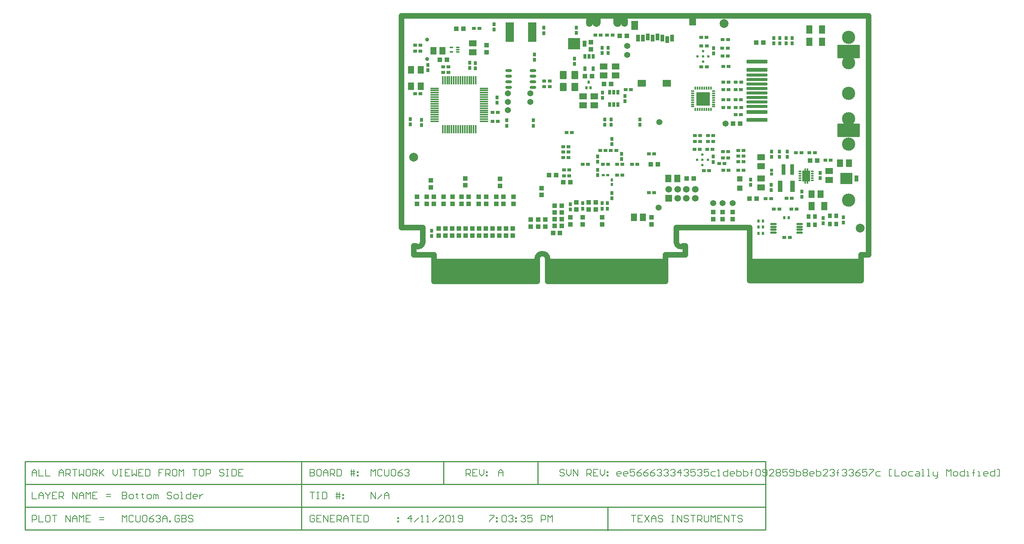
<source format=gbs>
G04*
G04 #@! TF.GenerationSoftware,Altium Limited,Altium Designer,18.1.9 (240)*
G04*
G04 Layer_Color=16711935*
%FSAX25Y25*%
%MOIN*%
G70*
G01*
G75*
%ADD15C,0.00800*%
%ADD16C,0.01000*%
%ADD26C,0.01575*%
%ADD62C,0.05000*%
%ADD63C,0.03937*%
%ADD66R,1.04095X0.20472*%
%ADD67R,0.97953X0.20472*%
%ADD68R,0.02165X0.11024*%
G04:AMPARAMS|DCode=70|XSize=122.05mil|YSize=196.85mil|CornerRadius=3.74mil|HoleSize=0mil|Usage=FLASHONLY|Rotation=90.000|XOffset=0mil|YOffset=0mil|HoleType=Round|Shape=RoundedRectangle|*
%AMROUNDEDRECTD70*
21,1,0.12205,0.18937,0,0,90.0*
21,1,0.11457,0.19685,0,0,90.0*
1,1,0.00748,0.09469,0.05728*
1,1,0.00748,0.09469,-0.05728*
1,1,0.00748,-0.09469,-0.05728*
1,1,0.00748,-0.09469,0.05728*
%
%ADD70ROUNDEDRECTD70*%
G04:AMPARAMS|DCode=71|XSize=35.83mil|YSize=185.04mil|CornerRadius=3.88mil|HoleSize=0mil|Usage=FLASHONLY|Rotation=90.000|XOffset=0mil|YOffset=0mil|HoleType=Round|Shape=RoundedRectangle|*
%AMROUNDEDRECTD71*
21,1,0.03583,0.17728,0,0,90.0*
21,1,0.02806,0.18504,0,0,90.0*
1,1,0.00776,0.08864,0.01403*
1,1,0.00776,0.08864,-0.01403*
1,1,0.00776,-0.08864,-0.01403*
1,1,0.00776,-0.08864,0.01403*
%
%ADD71ROUNDEDRECTD71*%
G04:AMPARAMS|DCode=72|XSize=27.95mil|YSize=185.04mil|CornerRadius=3.89mil|HoleSize=0mil|Usage=FLASHONLY|Rotation=90.000|XOffset=0mil|YOffset=0mil|HoleType=Round|Shape=RoundedRectangle|*
%AMROUNDEDRECTD72*
21,1,0.02795,0.17726,0,0,90.0*
21,1,0.02017,0.18504,0,0,90.0*
1,1,0.00778,0.08863,0.01009*
1,1,0.00778,0.08863,-0.01009*
1,1,0.00778,-0.08863,-0.01009*
1,1,0.00778,-0.08863,0.01009*
%
%ADD72ROUNDEDRECTD72*%
%ADD76R,0.05118X0.04724*%
G04:AMPARAMS|DCode=82|XSize=13.78mil|YSize=27.56mil|CornerRadius=3.94mil|HoleSize=0mil|Usage=FLASHONLY|Rotation=180.000|XOffset=0mil|YOffset=0mil|HoleType=Round|Shape=RoundedRectangle|*
%AMROUNDEDRECTD82*
21,1,0.01378,0.01968,0,0,180.0*
21,1,0.00591,0.02756,0,0,180.0*
1,1,0.00787,-0.00295,0.00984*
1,1,0.00787,0.00295,0.00984*
1,1,0.00787,0.00295,-0.00984*
1,1,0.00787,-0.00295,-0.00984*
%
%ADD82ROUNDEDRECTD82*%
G04:AMPARAMS|DCode=83|XSize=13.78mil|YSize=27.56mil|CornerRadius=3.94mil|HoleSize=0mil|Usage=FLASHONLY|Rotation=90.000|XOffset=0mil|YOffset=0mil|HoleType=Round|Shape=RoundedRectangle|*
%AMROUNDEDRECTD83*
21,1,0.01378,0.01968,0,0,90.0*
21,1,0.00591,0.02756,0,0,90.0*
1,1,0.00787,0.00984,0.00295*
1,1,0.00787,0.00984,-0.00295*
1,1,0.00787,-0.00984,-0.00295*
1,1,0.00787,-0.00984,0.00295*
%
%ADD83ROUNDEDRECTD83*%
G04:AMPARAMS|DCode=84|XSize=118.11mil|YSize=118.11mil|CornerRadius=3.68mil|HoleSize=0mil|Usage=FLASHONLY|Rotation=90.000|XOffset=0mil|YOffset=0mil|HoleType=Round|Shape=RoundedRectangle|*
%AMROUNDEDRECTD84*
21,1,0.11811,0.11075,0,0,90.0*
21,1,0.11075,0.11811,0,0,90.0*
1,1,0.00736,0.05537,0.05537*
1,1,0.00736,0.05537,-0.05537*
1,1,0.00736,-0.05537,-0.05537*
1,1,0.00736,-0.05537,0.05537*
%
%ADD84ROUNDEDRECTD84*%
%ADD85O,0.05906X0.02165*%
%ADD91C,0.07874*%
G04:AMPARAMS|DCode=94|XSize=27.56mil|YSize=43.31mil|CornerRadius=3.98mil|HoleSize=0mil|Usage=FLASHONLY|Rotation=180.000|XOffset=0mil|YOffset=0mil|HoleType=Round|Shape=RoundedRectangle|*
%AMROUNDEDRECTD94*
21,1,0.02756,0.03535,0,0,180.0*
21,1,0.01961,0.04331,0,0,180.0*
1,1,0.00795,-0.00980,0.01768*
1,1,0.00795,0.00980,0.01768*
1,1,0.00795,0.00980,-0.01768*
1,1,0.00795,-0.00980,-0.01768*
%
%ADD94ROUNDEDRECTD94*%
%ADD96O,0.05894X0.02756*%
%ADD97R,0.04331X0.04134*%
%ADD99R,0.03543X0.02756*%
%ADD100R,0.02756X0.03543*%
%ADD101R,0.04134X0.04331*%
%ADD102R,0.06694X0.05394*%
%ADD104C,0.11824*%
%ADD105C,0.03543*%
%ADD106C,0.05394*%
%ADD107C,0.05906*%
%ADD108R,0.05906X0.05906*%
G04:AMPARAMS|DCode=109|XSize=86.61mil|YSize=59.06mil|CornerRadius=29.53mil|HoleSize=0mil|Usage=FLASHONLY|Rotation=270.000|XOffset=0mil|YOffset=0mil|HoleType=Round|Shape=RoundedRectangle|*
%AMROUNDEDRECTD109*
21,1,0.08661,0.00000,0,0,270.0*
21,1,0.02756,0.05906,0,0,270.0*
1,1,0.05906,0.00000,-0.01378*
1,1,0.05906,0.00000,0.01378*
1,1,0.05906,0.00000,0.01378*
1,1,0.05906,0.00000,-0.01378*
%
%ADD109ROUNDEDRECTD109*%
%ADD110C,0.02362*%
%ADD162R,0.92244X0.20472*%
%ADD163R,0.03740X0.09449*%
%ADD164R,0.02362X0.02756*%
%ADD165R,0.02756X0.02559*%
%ADD166R,0.03898X0.10394*%
%ADD167O,0.07480X0.01575*%
%ADD168O,0.01575X0.07480*%
%ADD169R,0.05315X0.06693*%
G04:AMPARAMS|DCode=170|XSize=39.37mil|YSize=35.43mil|CornerRadius=3.86mil|HoleSize=0mil|Usage=FLASHONLY|Rotation=270.000|XOffset=0mil|YOffset=0mil|HoleType=Round|Shape=RoundedRectangle|*
%AMROUNDEDRECTD170*
21,1,0.03937,0.02772,0,0,270.0*
21,1,0.03165,0.03543,0,0,270.0*
1,1,0.00772,-0.01386,-0.01583*
1,1,0.00772,-0.01386,0.01583*
1,1,0.00772,0.01386,0.01583*
1,1,0.00772,0.01386,-0.01583*
%
%ADD170ROUNDEDRECTD170*%
G04:AMPARAMS|DCode=171|XSize=15.75mil|YSize=30.32mil|CornerRadius=3.92mil|HoleSize=0mil|Usage=FLASHONLY|Rotation=90.000|XOffset=0mil|YOffset=0mil|HoleType=Round|Shape=RoundedRectangle|*
%AMROUNDEDRECTD171*
21,1,0.01575,0.02248,0,0,90.0*
21,1,0.00791,0.03032,0,0,90.0*
1,1,0.00784,0.01124,0.00396*
1,1,0.00784,0.01124,-0.00396*
1,1,0.00784,-0.01124,-0.00396*
1,1,0.00784,-0.01124,0.00396*
%
%ADD171ROUNDEDRECTD171*%
G04:AMPARAMS|DCode=172|XSize=27.56mil|YSize=13.39mil|CornerRadius=3.95mil|HoleSize=0mil|Usage=FLASHONLY|Rotation=180.000|XOffset=0mil|YOffset=0mil|HoleType=Round|Shape=RoundedRectangle|*
%AMROUNDEDRECTD172*
21,1,0.02756,0.00548,0,0,180.0*
21,1,0.01965,0.01339,0,0,180.0*
1,1,0.00791,-0.00983,0.00274*
1,1,0.00791,0.00983,0.00274*
1,1,0.00791,0.00983,-0.00274*
1,1,0.00791,-0.00983,-0.00274*
%
%ADD172ROUNDEDRECTD172*%
%ADD173R,0.02362X0.02756*%
%ADD174R,0.05906X0.07874*%
%ADD175R,0.03543X0.06299*%
%ADD176R,0.07480X0.05906*%
G04:AMPARAMS|DCode=177|XSize=74.8mil|YSize=59.06mil|CornerRadius=3.9mil|HoleSize=0mil|Usage=FLASHONLY|Rotation=90.000|XOffset=0mil|YOffset=0mil|HoleType=Round|Shape=RoundedRectangle|*
%AMROUNDEDRECTD177*
21,1,0.07480,0.05126,0,0,90.0*
21,1,0.06701,0.05906,0,0,90.0*
1,1,0.00780,0.02563,0.03350*
1,1,0.00780,0.02563,-0.03350*
1,1,0.00780,-0.02563,-0.03350*
1,1,0.00780,-0.02563,0.03350*
%
%ADD177ROUNDEDRECTD177*%
%ADD178R,0.07677X0.17559*%
%ADD179R,0.05512X0.07677*%
%ADD180R,0.02756X0.02362*%
%ADD181R,0.03394X0.05394*%
%ADD182R,0.10894X0.10394*%
%ADD183R,0.05394X0.06694*%
G36*
X0362362Y0100667D02*
X0362401D01*
X0362440Y0100664D01*
X0362477Y0100652D01*
X0362549Y0100622D01*
X0362583Y0100604D01*
X0362613Y0100580D01*
X0362669Y0100524D01*
X0362693Y0100494D01*
X0362712Y0100460D01*
X0362742Y0100388D01*
X0362753Y0100350D01*
X0362757Y0100312D01*
Y0100312D01*
D01*
Y0100273D01*
Y0098699D01*
X0364173D01*
X0364211Y0098695D01*
X0364248Y0098684D01*
X0364321Y0098654D01*
X0364355Y0098636D01*
X0364385Y0098611D01*
X0364440Y0098556D01*
X0364465Y0098526D01*
X0364483Y0098491D01*
X0364513Y0098419D01*
X0364525Y0098382D01*
X0364528Y0098343D01*
Y0098343D01*
D01*
Y0098304D01*
Y0089249D01*
Y0089210D01*
X0364525Y0089171D01*
X0364513Y0089134D01*
X0364483Y0089062D01*
X0364465Y0089028D01*
X0364440Y0088998D01*
X0364385Y0088942D01*
X0364355Y0088918D01*
X0364321Y0088899D01*
D01*
X0364321Y0088899D01*
X0364248Y0088870D01*
X0364229Y0088863D01*
X0364211Y0088858D01*
X0364173Y0088854D01*
X0362757D01*
Y0087281D01*
Y0087242D01*
X0362753Y0087203D01*
X0362742Y0087166D01*
X0362712Y0087093D01*
X0362693Y0087059D01*
X0362669Y0087029D01*
X0362613Y0086974D01*
X0362583Y0086949D01*
X0362549Y0086931D01*
D01*
X0362549Y0086931D01*
X0362477Y0086901D01*
X0362457Y0086895D01*
X0362440Y0086890D01*
X0362401Y0086886D01*
X0361732D01*
X0361694Y0086890D01*
X0361671Y0086897D01*
X0361657Y0086901D01*
X0361584Y0086931D01*
X0361584Y0086931D01*
D01*
X0361580Y0086933D01*
X0361550Y0086949D01*
X0361543Y0086955D01*
X0361520Y0086974D01*
X0361465Y0087029D01*
X0361440Y0087059D01*
X0361422Y0087093D01*
D01*
X0361422Y0087093D01*
X0361392Y0087166D01*
X0361386Y0087186D01*
X0361381Y0087203D01*
X0361377Y0087242D01*
Y0087281D01*
Y0088854D01*
X0360788D01*
Y0087281D01*
Y0087242D01*
X0360784Y0087203D01*
X0360773Y0087166D01*
X0360743Y0087093D01*
X0360725Y0087059D01*
X0360700Y0087029D01*
X0360645Y0086974D01*
X0360615Y0086949D01*
X0360581Y0086931D01*
D01*
X0360581Y0086931D01*
X0360508Y0086901D01*
X0360489Y0086895D01*
X0360471Y0086890D01*
X0360433Y0086886D01*
X0359764D01*
X0359725Y0086890D01*
X0359703Y0086897D01*
X0359688Y0086901D01*
X0359616Y0086931D01*
X0359616Y0086931D01*
D01*
X0359611Y0086933D01*
X0359582Y0086949D01*
X0359575Y0086955D01*
X0359552Y0086974D01*
X0359496Y0087029D01*
X0359472Y0087059D01*
X0359453Y0087093D01*
D01*
X0359453Y0087093D01*
X0359423Y0087166D01*
X0359417Y0087186D01*
X0359412Y0087203D01*
X0359408Y0087242D01*
Y0087281D01*
Y0088854D01*
X0357992D01*
X0357954Y0088858D01*
X0357931Y0088865D01*
X0357916Y0088870D01*
X0357844Y0088899D01*
X0357844Y0088899D01*
D01*
X0357840Y0088902D01*
X0357810Y0088918D01*
X0357803Y0088923D01*
X0357780Y0088942D01*
X0357724Y0088998D01*
X0357700Y0089028D01*
X0357682Y0089062D01*
D01*
X0357682Y0089062D01*
X0357652Y0089134D01*
X0357646Y0089154D01*
X0357640Y0089171D01*
X0357637Y0089210D01*
Y0089249D01*
Y0098304D01*
Y0098343D01*
X0357640Y0098382D01*
X0357647Y0098405D01*
X0357652Y0098419D01*
X0357682Y0098491D01*
X0357682Y0098491D01*
D01*
X0357684Y0098496D01*
X0357700Y0098526D01*
X0357705Y0098532D01*
X0357724Y0098556D01*
X0357780Y0098611D01*
X0357810Y0098636D01*
X0357844Y0098654D01*
X0357916Y0098684D01*
X0357954Y0098695D01*
X0357992Y0098699D01*
X0357992D01*
D01*
X0359408D01*
Y0100273D01*
Y0100312D01*
X0359412Y0100350D01*
X0359419Y0100373D01*
X0359423Y0100388D01*
X0359453Y0100460D01*
X0359453Y0100460D01*
D01*
X0359456Y0100464D01*
X0359472Y0100494D01*
X0359477Y0100501D01*
X0359496Y0100524D01*
X0359552Y0100580D01*
X0359582Y0100604D01*
X0359616Y0100622D01*
X0359688Y0100652D01*
X0359710Y0100659D01*
X0359725Y0100664D01*
X0359725D01*
X0359725Y0100664D01*
X0359747Y0100666D01*
X0359764Y0100667D01*
X0359803Y0100667D01*
X0359803D01*
X0359803D01*
X0360394D01*
X0360394Y0100667D01*
X0360433D01*
X0360471Y0100664D01*
X0360508Y0100652D01*
X0360581Y0100622D01*
X0360615Y0100604D01*
X0360645Y0100580D01*
X0360700Y0100524D01*
X0360725Y0100494D01*
X0360743Y0100460D01*
X0360773Y0100388D01*
X0360784Y0100350D01*
X0360788Y0100312D01*
Y0100312D01*
D01*
Y0100273D01*
Y0098699D01*
X0361377D01*
Y0100273D01*
Y0100312D01*
X0361381Y0100350D01*
X0361387Y0100373D01*
X0361392Y0100388D01*
X0361422Y0100460D01*
X0361422Y0100460D01*
D01*
X0361424Y0100464D01*
X0361440Y0100494D01*
X0361445Y0100501D01*
X0361465Y0100524D01*
X0361520Y0100580D01*
X0361550Y0100604D01*
X0361584Y0100622D01*
X0361657Y0100652D01*
X0361679Y0100659D01*
X0361694Y0100664D01*
X0361694D01*
X0361694Y0100664D01*
X0361715Y0100666D01*
X0361732Y0100667D01*
X0361771Y0100667D01*
X0361771D01*
X0361771D01*
X0362362D01*
X0362362Y0100667D01*
D02*
G37*
G54D15*
X-0248386Y-0188580D02*
Y-0194578D01*
X-0245387D01*
X-0244388Y-0193578D01*
Y-0192579D01*
X-0245387Y-0191579D01*
X-0248386D01*
X-0245387D01*
X-0244388Y-0190579D01*
Y-0189579D01*
X-0245387Y-0188580D01*
X-0248386D01*
X-0241389Y-0194578D02*
X-0239389D01*
X-0238390Y-0193578D01*
Y-0191579D01*
X-0239389Y-0190579D01*
X-0241389D01*
X-0242388Y-0191579D01*
Y-0193578D01*
X-0241389Y-0194578D01*
X-0235391Y-0189579D02*
Y-0190579D01*
X-0236390D01*
X-0234391D01*
X-0235391D01*
Y-0193578D01*
X-0234391Y-0194578D01*
X-0230392Y-0189579D02*
Y-0190579D01*
X-0231392D01*
X-0229393D01*
X-0230392D01*
Y-0193578D01*
X-0229393Y-0194578D01*
X-0225394D02*
X-0223394D01*
X-0222395Y-0193578D01*
Y-0191579D01*
X-0223394Y-0190579D01*
X-0225394D01*
X-0226394Y-0191579D01*
Y-0193578D01*
X-0225394Y-0194578D01*
X-0220395D02*
Y-0190579D01*
X-0219396D01*
X-0218396Y-0191579D01*
Y-0194578D01*
Y-0191579D01*
X-0217396Y-0190579D01*
X-0216397Y-0191579D01*
Y-0194578D01*
X-0204401Y-0189579D02*
X-0205400Y-0188580D01*
X-0207400D01*
X-0208399Y-0189579D01*
Y-0190579D01*
X-0207400Y-0191579D01*
X-0205400D01*
X-0204401Y-0192579D01*
Y-0193578D01*
X-0205400Y-0194578D01*
X-0207400D01*
X-0208399Y-0193578D01*
X-0201402Y-0194578D02*
X-0199402D01*
X-0198403Y-0193578D01*
Y-0191579D01*
X-0199402Y-0190579D01*
X-0201402D01*
X-0202401Y-0191579D01*
Y-0193578D01*
X-0201402Y-0194578D01*
X-0196403D02*
X-0194404D01*
X-0195404D01*
Y-0188580D01*
X-0196403D01*
X-0187406D02*
Y-0194578D01*
X-0190405D01*
X-0191405Y-0193578D01*
Y-0191579D01*
X-0190405Y-0190579D01*
X-0187406D01*
X-0182408Y-0194578D02*
X-0184407D01*
X-0185407Y-0193578D01*
Y-0191579D01*
X-0184407Y-0190579D01*
X-0182408D01*
X-0181408Y-0191579D01*
Y-0192579D01*
X-0185407D01*
X-0179409Y-0190579D02*
Y-0194578D01*
Y-0192579D01*
X-0178409Y-0191579D01*
X-0177409Y-0190579D01*
X-0176410D01*
X0195113Y-0174295D02*
X0193113D01*
X0192114Y-0173296D01*
Y-0171296D01*
X0193113Y-0170297D01*
X0195113D01*
X0196112Y-0171296D01*
Y-0172296D01*
X0192114D01*
X0201111Y-0174295D02*
X0199111D01*
X0198112Y-0173296D01*
Y-0171296D01*
X0199111Y-0170297D01*
X0201111D01*
X0202110Y-0171296D01*
Y-0172296D01*
X0198112D01*
X0208108Y-0168297D02*
X0204110D01*
Y-0171296D01*
X0206109Y-0170297D01*
X0207109D01*
X0208108Y-0171296D01*
Y-0173296D01*
X0207109Y-0174295D01*
X0205109D01*
X0204110Y-0173296D01*
X0214106Y-0168297D02*
X0212107Y-0169297D01*
X0210108Y-0171296D01*
Y-0173296D01*
X0211107Y-0174295D01*
X0213107D01*
X0214106Y-0173296D01*
Y-0172296D01*
X0213107Y-0171296D01*
X0210108D01*
X0220105Y-0168297D02*
X0218105Y-0169297D01*
X0216106Y-0171296D01*
Y-0173296D01*
X0217106Y-0174295D01*
X0219105D01*
X0220105Y-0173296D01*
Y-0172296D01*
X0219105Y-0171296D01*
X0216106D01*
X0226103Y-0168297D02*
X0224103Y-0169297D01*
X0222104Y-0171296D01*
Y-0173296D01*
X0223104Y-0174295D01*
X0225103D01*
X0226103Y-0173296D01*
Y-0172296D01*
X0225103Y-0171296D01*
X0222104D01*
X0228102Y-0169297D02*
X0229102Y-0168297D01*
X0231101D01*
X0232101Y-0169297D01*
Y-0170297D01*
X0231101Y-0171296D01*
X0230101D01*
X0231101D01*
X0232101Y-0172296D01*
Y-0173296D01*
X0231101Y-0174295D01*
X0229102D01*
X0228102Y-0173296D01*
X0234100Y-0169297D02*
X0235100Y-0168297D01*
X0237099D01*
X0238099Y-0169297D01*
Y-0170297D01*
X0237099Y-0171296D01*
X0236099D01*
X0237099D01*
X0238099Y-0172296D01*
Y-0173296D01*
X0237099Y-0174295D01*
X0235100D01*
X0234100Y-0173296D01*
X0240098Y-0169297D02*
X0241098Y-0168297D01*
X0243097D01*
X0244097Y-0169297D01*
Y-0170297D01*
X0243097Y-0171296D01*
X0242097D01*
X0243097D01*
X0244097Y-0172296D01*
Y-0173296D01*
X0243097Y-0174295D01*
X0241098D01*
X0240098Y-0173296D01*
X0249095Y-0174295D02*
Y-0168297D01*
X0246096Y-0171296D01*
X0250095D01*
X0252094Y-0169297D02*
X0253094Y-0168297D01*
X0255093D01*
X0256093Y-0169297D01*
Y-0170297D01*
X0255093Y-0171296D01*
X0254094D01*
X0255093D01*
X0256093Y-0172296D01*
Y-0173296D01*
X0255093Y-0174295D01*
X0253094D01*
X0252094Y-0173296D01*
X0262091Y-0168297D02*
X0258092D01*
Y-0171296D01*
X0260092Y-0170297D01*
X0261091D01*
X0262091Y-0171296D01*
Y-0173296D01*
X0261091Y-0174295D01*
X0259092D01*
X0258092Y-0173296D01*
X0264090Y-0169297D02*
X0265090Y-0168297D01*
X0267089D01*
X0268089Y-0169297D01*
Y-0170297D01*
X0267089Y-0171296D01*
X0266090D01*
X0267089D01*
X0268089Y-0172296D01*
Y-0173296D01*
X0267089Y-0174295D01*
X0265090D01*
X0264090Y-0173296D01*
X0274087Y-0168297D02*
X0270088D01*
Y-0171296D01*
X0272088Y-0170297D01*
X0273087D01*
X0274087Y-0171296D01*
Y-0173296D01*
X0273087Y-0174295D01*
X0271088D01*
X0270088Y-0173296D01*
X0280085Y-0170297D02*
X0277086D01*
X0276086Y-0171296D01*
Y-0173296D01*
X0277086Y-0174295D01*
X0280085D01*
X0282084D02*
X0284084D01*
X0283084D01*
Y-0168297D01*
X0282084Y-0169297D01*
X0291082Y-0168297D02*
Y-0174295D01*
X0288083D01*
X0287083Y-0173296D01*
Y-0171296D01*
X0288083Y-0170297D01*
X0291082D01*
X0296080Y-0174295D02*
X0294081D01*
X0293081Y-0173296D01*
Y-0171296D01*
X0294081Y-0170297D01*
X0296080D01*
X0297080Y-0171296D01*
Y-0172296D01*
X0293081D01*
X0299079Y-0168297D02*
Y-0174295D01*
X0302078D01*
X0303078Y-0173296D01*
Y-0172296D01*
Y-0171296D01*
X0302078Y-0170297D01*
X0299079D01*
X0305077Y-0168297D02*
Y-0174295D01*
X0308076D01*
X0309076Y-0173296D01*
Y-0172296D01*
Y-0171296D01*
X0308076Y-0170297D01*
X0305077D01*
X0312075Y-0174295D02*
Y-0169297D01*
Y-0171296D01*
X0311075D01*
X0313074D01*
X0312075D01*
Y-0169297D01*
X0313074Y-0168297D01*
X0316073Y-0169297D02*
X0317073Y-0168297D01*
X0319073D01*
X0320072Y-0169297D01*
Y-0173296D01*
X0319073Y-0174295D01*
X0317073D01*
X0316073Y-0173296D01*
Y-0169297D01*
X0322072Y-0173296D02*
X0323071Y-0174295D01*
X0325071D01*
X0326070Y-0173296D01*
Y-0169297D01*
X0325071Y-0168297D01*
X0323071D01*
X0322072Y-0169297D01*
Y-0170297D01*
X0323071Y-0171296D01*
X0326070D01*
X0332068Y-0174295D02*
X0328070D01*
X0332068Y-0170297D01*
Y-0169297D01*
X0331069Y-0168297D01*
X0329069D01*
X0328070Y-0169297D01*
X0334068D02*
X0335067Y-0168297D01*
X0337067D01*
X0338066Y-0169297D01*
Y-0170297D01*
X0337067Y-0171296D01*
X0338066Y-0172296D01*
Y-0173296D01*
X0337067Y-0174295D01*
X0335067D01*
X0334068Y-0173296D01*
Y-0172296D01*
X0335067Y-0171296D01*
X0334068Y-0170297D01*
Y-0169297D01*
X0335067Y-0171296D02*
X0337067D01*
X0344064Y-0168297D02*
X0340066D01*
Y-0171296D01*
X0342065Y-0170297D01*
X0343065D01*
X0344064Y-0171296D01*
Y-0173296D01*
X0343065Y-0174295D01*
X0341065D01*
X0340066Y-0173296D01*
X0346064D02*
X0347063Y-0174295D01*
X0349063D01*
X0350062Y-0173296D01*
Y-0169297D01*
X0349063Y-0168297D01*
X0347063D01*
X0346064Y-0169297D01*
Y-0170297D01*
X0347063Y-0171296D01*
X0350062D01*
X0352062Y-0168297D02*
Y-0174295D01*
X0355061D01*
X0356061Y-0173296D01*
Y-0172296D01*
Y-0171296D01*
X0355061Y-0170297D01*
X0352062D01*
X0358060Y-0169297D02*
X0359060Y-0168297D01*
X0361059D01*
X0362059Y-0169297D01*
Y-0170297D01*
X0361059Y-0171296D01*
X0362059Y-0172296D01*
Y-0173296D01*
X0361059Y-0174295D01*
X0359060D01*
X0358060Y-0173296D01*
Y-0172296D01*
X0359060Y-0171296D01*
X0358060Y-0170297D01*
Y-0169297D01*
X0359060Y-0171296D02*
X0361059D01*
X0367057Y-0174295D02*
X0365058D01*
X0364058Y-0173296D01*
Y-0171296D01*
X0365058Y-0170297D01*
X0367057D01*
X0368057Y-0171296D01*
Y-0172296D01*
X0364058D01*
X0370056Y-0168297D02*
Y-0174295D01*
X0373055D01*
X0374055Y-0173296D01*
Y-0172296D01*
Y-0171296D01*
X0373055Y-0170297D01*
X0370056D01*
X0380053Y-0174295D02*
X0376054D01*
X0380053Y-0170297D01*
Y-0169297D01*
X0379053Y-0168297D01*
X0377054D01*
X0376054Y-0169297D01*
X0382052D02*
X0383052Y-0168297D01*
X0385051D01*
X0386051Y-0169297D01*
Y-0170297D01*
X0385051Y-0171296D01*
X0384051D01*
X0385051D01*
X0386051Y-0172296D01*
Y-0173296D01*
X0385051Y-0174295D01*
X0383052D01*
X0382052Y-0173296D01*
X0389050Y-0174295D02*
Y-0169297D01*
Y-0171296D01*
X0388050D01*
X0390050D01*
X0389050D01*
Y-0169297D01*
X0390050Y-0168297D01*
X0393049Y-0169297D02*
X0394048Y-0168297D01*
X0396048D01*
X0397047Y-0169297D01*
Y-0170297D01*
X0396048Y-0171296D01*
X0395048D01*
X0396048D01*
X0397047Y-0172296D01*
Y-0173296D01*
X0396048Y-0174295D01*
X0394048D01*
X0393049Y-0173296D01*
X0399047Y-0169297D02*
X0400046Y-0168297D01*
X0402046D01*
X0403045Y-0169297D01*
Y-0170297D01*
X0402046Y-0171296D01*
X0401046D01*
X0402046D01*
X0403045Y-0172296D01*
Y-0173296D01*
X0402046Y-0174295D01*
X0400046D01*
X0399047Y-0173296D01*
X0409043Y-0168297D02*
X0407044Y-0169297D01*
X0405045Y-0171296D01*
Y-0173296D01*
X0406044Y-0174295D01*
X0408044D01*
X0409043Y-0173296D01*
Y-0172296D01*
X0408044Y-0171296D01*
X0405045D01*
X0415041Y-0168297D02*
X0411043D01*
Y-0171296D01*
X0413042Y-0170297D01*
X0414042D01*
X0415041Y-0171296D01*
Y-0173296D01*
X0414042Y-0174295D01*
X0412043D01*
X0411043Y-0173296D01*
X0417041Y-0168297D02*
X0421039D01*
Y-0169297D01*
X0417041Y-0173296D01*
Y-0174295D01*
X0427038Y-0170297D02*
X0424039D01*
X0423039Y-0171296D01*
Y-0173296D01*
X0424039Y-0174295D01*
X0427038D01*
X0437034D02*
X0435035D01*
Y-0168297D01*
X0437034D01*
X0440033D02*
Y-0174295D01*
X0444032D01*
X0447031D02*
X0449030D01*
X0450030Y-0173296D01*
Y-0171296D01*
X0449030Y-0170297D01*
X0447031D01*
X0446032Y-0171296D01*
Y-0173296D01*
X0447031Y-0174295D01*
X0456028Y-0170297D02*
X0453029D01*
X0452030Y-0171296D01*
Y-0173296D01*
X0453029Y-0174295D01*
X0456028D01*
X0459027Y-0170297D02*
X0461027D01*
X0462026Y-0171296D01*
Y-0174295D01*
X0459027D01*
X0458028Y-0173296D01*
X0459027Y-0172296D01*
X0462026D01*
X0464026Y-0174295D02*
X0466025D01*
X0465025D01*
Y-0168297D01*
X0464026D01*
X0469024Y-0174295D02*
X0471023D01*
X0470024D01*
Y-0168297D01*
X0469024D01*
X0474022Y-0170297D02*
Y-0173296D01*
X0475022Y-0174295D01*
X0478021D01*
Y-0175295D01*
X0477021Y-0176295D01*
X0476022D01*
X0478021Y-0174295D02*
Y-0170297D01*
X0486019Y-0174295D02*
Y-0168297D01*
X0488018Y-0170297D01*
X0490017Y-0168297D01*
Y-0174295D01*
X0493016D02*
X0495016D01*
X0496015Y-0173296D01*
Y-0171296D01*
X0495016Y-0170297D01*
X0493016D01*
X0492017Y-0171296D01*
Y-0173296D01*
X0493016Y-0174295D01*
X0502013Y-0168297D02*
Y-0174295D01*
X0499014D01*
X0498015Y-0173296D01*
Y-0171296D01*
X0499014Y-0170297D01*
X0502013D01*
X0504013Y-0174295D02*
X0506012D01*
X0505012D01*
Y-0170297D01*
X0504013D01*
X0510011Y-0174295D02*
Y-0169297D01*
Y-0171296D01*
X0509011D01*
X0511010D01*
X0510011D01*
Y-0169297D01*
X0511010Y-0168297D01*
X0514010Y-0174295D02*
X0516009D01*
X0515009D01*
Y-0170297D01*
X0514010D01*
X0522007Y-0174295D02*
X0520008D01*
X0519008Y-0173296D01*
Y-0171296D01*
X0520008Y-0170297D01*
X0522007D01*
X0523006Y-0171296D01*
Y-0172296D01*
X0519008D01*
X0529005Y-0168297D02*
Y-0174295D01*
X0526006D01*
X0525006Y-0173296D01*
Y-0171296D01*
X0526006Y-0170297D01*
X0529005D01*
X0531004Y-0174295D02*
X0533003D01*
Y-0168297D01*
X0531004D01*
X0145512Y-0169297D02*
X0144513Y-0168297D01*
X0142513D01*
X0141514Y-0169297D01*
Y-0170297D01*
X0142513Y-0171296D01*
X0144513D01*
X0145512Y-0172296D01*
Y-0173296D01*
X0144513Y-0174295D01*
X0142513D01*
X0141514Y-0173296D01*
X0147512Y-0168297D02*
Y-0172296D01*
X0149511Y-0174295D01*
X0151510Y-0172296D01*
Y-0168297D01*
X0153510Y-0174295D02*
Y-0168297D01*
X0157508Y-0174295D01*
Y-0168297D01*
X0165506Y-0174295D02*
Y-0168297D01*
X0168505D01*
X0169504Y-0169297D01*
Y-0171296D01*
X0168505Y-0172296D01*
X0165506D01*
X0167505D02*
X0169504Y-0174295D01*
X0175503Y-0168297D02*
X0171504D01*
Y-0174295D01*
X0175503D01*
X0171504Y-0171296D02*
X0173503D01*
X0177502Y-0168297D02*
Y-0172296D01*
X0179501Y-0174295D01*
X0181501Y-0172296D01*
Y-0168297D01*
X0183500Y-0170297D02*
X0184500D01*
Y-0171296D01*
X0183500D01*
Y-0170297D01*
Y-0173296D02*
X0184500D01*
Y-0174295D01*
X0183500D01*
Y-0173296D01*
X0057714Y-0174295D02*
Y-0168297D01*
X0060713D01*
X0061712Y-0169297D01*
Y-0171296D01*
X0060713Y-0172296D01*
X0057714D01*
X0059713D02*
X0061712Y-0174295D01*
X0067710Y-0168297D02*
X0063712D01*
Y-0174295D01*
X0067710D01*
X0063712Y-0171296D02*
X0065711D01*
X0069710Y-0168297D02*
Y-0172296D01*
X0071709Y-0174295D01*
X0073708Y-0172296D01*
Y-0168297D01*
X0075708Y-0170297D02*
X0076708D01*
Y-0171296D01*
X0075708D01*
Y-0170297D01*
Y-0173296D02*
X0076708D01*
Y-0174295D01*
X0075708D01*
Y-0173296D01*
X-0248386Y-0215162D02*
Y-0209164D01*
X-0246387Y-0211163D01*
X-0244388Y-0209164D01*
Y-0215162D01*
X-0238390Y-0210164D02*
X-0239389Y-0209164D01*
X-0241389D01*
X-0242388Y-0210164D01*
Y-0214162D01*
X-0241389Y-0215162D01*
X-0239389D01*
X-0238390Y-0214162D01*
X-0236390Y-0209164D02*
Y-0214162D01*
X-0235391Y-0215162D01*
X-0233391D01*
X-0232392Y-0214162D01*
Y-0209164D01*
X-0230392Y-0210164D02*
X-0229393Y-0209164D01*
X-0227393D01*
X-0226394Y-0210164D01*
Y-0214162D01*
X-0227393Y-0215162D01*
X-0229393D01*
X-0230392Y-0214162D01*
Y-0210164D01*
X-0220395Y-0209164D02*
X-0222395Y-0210164D01*
X-0224394Y-0212163D01*
Y-0214162D01*
X-0223394Y-0215162D01*
X-0221395D01*
X-0220395Y-0214162D01*
Y-0213163D01*
X-0221395Y-0212163D01*
X-0224394D01*
X-0218396Y-0210164D02*
X-0217396Y-0209164D01*
X-0215397D01*
X-0214397Y-0210164D01*
Y-0211163D01*
X-0215397Y-0212163D01*
X-0216397D01*
X-0215397D01*
X-0214397Y-0213163D01*
Y-0214162D01*
X-0215397Y-0215162D01*
X-0217396D01*
X-0218396Y-0214162D01*
X-0212398Y-0215162D02*
Y-0211163D01*
X-0210399Y-0209164D01*
X-0208399Y-0211163D01*
Y-0215162D01*
Y-0212163D01*
X-0212398D01*
X-0206400Y-0215162D02*
Y-0214162D01*
X-0205400D01*
Y-0215162D01*
X-0206400D01*
X-0197403Y-0210164D02*
X-0198403Y-0209164D01*
X-0200402D01*
X-0201402Y-0210164D01*
Y-0214162D01*
X-0200402Y-0215162D01*
X-0198403D01*
X-0197403Y-0214162D01*
Y-0212163D01*
X-0199402D01*
X-0195404Y-0209164D02*
Y-0215162D01*
X-0192404D01*
X-0191405Y-0214162D01*
Y-0213163D01*
X-0192404Y-0212163D01*
X-0195404D01*
X-0192404D01*
X-0191405Y-0211163D01*
Y-0210164D01*
X-0192404Y-0209164D01*
X-0195404D01*
X-0185407Y-0210164D02*
X-0186406Y-0209164D01*
X-0188406D01*
X-0189406Y-0210164D01*
Y-0211163D01*
X-0188406Y-0212163D01*
X-0186406D01*
X-0185407Y-0213163D01*
Y-0214162D01*
X-0186406Y-0215162D01*
X-0188406D01*
X-0189406Y-0214162D01*
X0008863Y-0215162D02*
Y-0209164D01*
X0005864Y-0212163D01*
X0009862D01*
X0011862Y-0215162D02*
X0015860Y-0211163D01*
X0017860Y-0215162D02*
X0019859D01*
X0018859D01*
Y-0209164D01*
X0017860Y-0210164D01*
X0022858Y-0215162D02*
X0024858D01*
X0023858D01*
Y-0209164D01*
X0022858Y-0210164D01*
X0027856Y-0215162D02*
X0031855Y-0211163D01*
X0037853Y-0215162D02*
X0033854D01*
X0037853Y-0211163D01*
Y-0210164D01*
X0036854Y-0209164D01*
X0034854D01*
X0033854Y-0210164D01*
X0039853D02*
X0040852Y-0209164D01*
X0042852D01*
X0043851Y-0210164D01*
Y-0214162D01*
X0042852Y-0215162D01*
X0040852D01*
X0039853Y-0214162D01*
Y-0210164D01*
X0045851Y-0215162D02*
X0047850D01*
X0046850D01*
Y-0209164D01*
X0045851Y-0210164D01*
X0050849Y-0214162D02*
X0051849Y-0215162D01*
X0053848D01*
X0054848Y-0214162D01*
Y-0210164D01*
X0053848Y-0209164D01*
X0051849D01*
X0050849Y-0210164D01*
Y-0211163D01*
X0051849Y-0212163D01*
X0054848D01*
X-0077088Y-0210164D02*
X-0078087Y-0209164D01*
X-0080087D01*
X-0081086Y-0210164D01*
Y-0214162D01*
X-0080087Y-0215162D01*
X-0078087D01*
X-0077088Y-0214162D01*
Y-0212163D01*
X-0079087D01*
X-0071090Y-0209164D02*
X-0075088D01*
Y-0215162D01*
X-0071090D01*
X-0075088Y-0212163D02*
X-0073089D01*
X-0069090Y-0215162D02*
Y-0209164D01*
X-0065092Y-0215162D01*
Y-0209164D01*
X-0059093D02*
X-0063092D01*
Y-0215162D01*
X-0059093D01*
X-0063092Y-0212163D02*
X-0061093D01*
X-0057094Y-0215162D02*
Y-0209164D01*
X-0054095D01*
X-0053096Y-0210164D01*
Y-0212163D01*
X-0054095Y-0213163D01*
X-0057094D01*
X-0055095D02*
X-0053096Y-0215162D01*
X-0051096D02*
Y-0211163D01*
X-0049097Y-0209164D01*
X-0047097Y-0211163D01*
Y-0215162D01*
Y-0212163D01*
X-0051096D01*
X-0045098Y-0209164D02*
X-0041099D01*
X-0043099D01*
Y-0215162D01*
X-0035101Y-0209164D02*
X-0039100D01*
Y-0215162D01*
X-0035101D01*
X-0039100Y-0212163D02*
X-0037101D01*
X-0033102Y-0209164D02*
Y-0215162D01*
X-0030103D01*
X-0029103Y-0214162D01*
Y-0210164D01*
X-0030103Y-0209164D01*
X-0033102D01*
X-0003112Y-0211163D02*
X-0002112D01*
Y-0212163D01*
X-0003112D01*
Y-0211163D01*
Y-0214162D02*
X-0002112D01*
Y-0215162D01*
X-0003112D01*
Y-0214162D01*
X-0328936Y-0174295D02*
Y-0170297D01*
X-0326937Y-0168297D01*
X-0324938Y-0170297D01*
Y-0174295D01*
Y-0171296D01*
X-0328936D01*
X-0322938Y-0168297D02*
Y-0174295D01*
X-0318940D01*
X-0316940Y-0168297D02*
Y-0174295D01*
X-0312942D01*
X-0304944D02*
Y-0170297D01*
X-0302945Y-0168297D01*
X-0300945Y-0170297D01*
Y-0174295D01*
Y-0171296D01*
X-0304944D01*
X-0298946Y-0174295D02*
Y-0168297D01*
X-0295947D01*
X-0294947Y-0169297D01*
Y-0171296D01*
X-0295947Y-0172296D01*
X-0298946D01*
X-0296947D02*
X-0294947Y-0174295D01*
X-0292948Y-0168297D02*
X-0288949D01*
X-0290949D01*
Y-0174295D01*
X-0286950Y-0168297D02*
Y-0174295D01*
X-0284951Y-0172296D01*
X-0282951Y-0174295D01*
Y-0168297D01*
X-0277953D02*
X-0279952D01*
X-0280952Y-0169297D01*
Y-0173296D01*
X-0279952Y-0174295D01*
X-0277953D01*
X-0276953Y-0173296D01*
Y-0169297D01*
X-0277953Y-0168297D01*
X-0274954Y-0174295D02*
Y-0168297D01*
X-0271955D01*
X-0270955Y-0169297D01*
Y-0171296D01*
X-0271955Y-0172296D01*
X-0274954D01*
X-0272955D02*
X-0270955Y-0174295D01*
X-0268956Y-0168297D02*
Y-0174295D01*
Y-0172296D01*
X-0264957Y-0168297D01*
X-0267956Y-0171296D01*
X-0264957Y-0174295D01*
X-0256960Y-0168297D02*
Y-0172296D01*
X-0254960Y-0174295D01*
X-0252961Y-0172296D01*
Y-0168297D01*
X-0250962D02*
X-0248962D01*
X-0249962D01*
Y-0174295D01*
X-0250962D01*
X-0248962D01*
X-0241965Y-0168297D02*
X-0245963D01*
Y-0174295D01*
X-0241965D01*
X-0245963Y-0171296D02*
X-0243964D01*
X-0239965Y-0168297D02*
Y-0174295D01*
X-0237966Y-0172296D01*
X-0235966Y-0174295D01*
Y-0168297D01*
X-0229968D02*
X-0233967D01*
Y-0174295D01*
X-0229968D01*
X-0233967Y-0171296D02*
X-0231968D01*
X-0227969Y-0168297D02*
Y-0174295D01*
X-0224970D01*
X-0223970Y-0173296D01*
Y-0169297D01*
X-0224970Y-0168297D01*
X-0227969D01*
X-0211974D02*
X-0215973D01*
Y-0171296D01*
X-0213974D01*
X-0215973D01*
Y-0174295D01*
X-0209975D02*
Y-0168297D01*
X-0206976D01*
X-0205976Y-0169297D01*
Y-0171296D01*
X-0206976Y-0172296D01*
X-0209975D01*
X-0207976D02*
X-0205976Y-0174295D01*
X-0200978Y-0168297D02*
X-0202977D01*
X-0203977Y-0169297D01*
Y-0173296D01*
X-0202977Y-0174295D01*
X-0200978D01*
X-0199978Y-0173296D01*
Y-0169297D01*
X-0200978Y-0168297D01*
X-0197979Y-0174295D02*
Y-0168297D01*
X-0195979Y-0170297D01*
X-0193980Y-0168297D01*
Y-0174295D01*
X-0185983Y-0168297D02*
X-0181984D01*
X-0183983D01*
Y-0174295D01*
X-0176986Y-0168297D02*
X-0178985D01*
X-0179985Y-0169297D01*
Y-0173296D01*
X-0178985Y-0174295D01*
X-0176986D01*
X-0175986Y-0173296D01*
Y-0169297D01*
X-0176986Y-0168297D01*
X-0173986Y-0174295D02*
Y-0168297D01*
X-0170987D01*
X-0169988Y-0169297D01*
Y-0171296D01*
X-0170987Y-0172296D01*
X-0173986D01*
X-0157992Y-0169297D02*
X-0158991Y-0168297D01*
X-0160991D01*
X-0161990Y-0169297D01*
Y-0170297D01*
X-0160991Y-0171296D01*
X-0158991D01*
X-0157992Y-0172296D01*
Y-0173296D01*
X-0158991Y-0174295D01*
X-0160991D01*
X-0161990Y-0173296D01*
X-0155992Y-0168297D02*
X-0153993D01*
X-0154993D01*
Y-0174295D01*
X-0155992D01*
X-0153993D01*
X-0150994Y-0168297D02*
Y-0174295D01*
X-0147995D01*
X-0146995Y-0173296D01*
Y-0169297D01*
X-0147995Y-0168297D01*
X-0150994D01*
X-0140997D02*
X-0144996D01*
Y-0174295D01*
X-0140997D01*
X-0144996Y-0171296D02*
X-0142997D01*
X0086864Y-0174295D02*
Y-0170297D01*
X0088863Y-0168297D01*
X0090862Y-0170297D01*
Y-0174295D01*
Y-0171296D01*
X0086864D01*
X-0026736Y-0174295D02*
Y-0168297D01*
X-0024737Y-0170297D01*
X-0022738Y-0168297D01*
Y-0174295D01*
X-0016740Y-0169297D02*
X-0017739Y-0168297D01*
X-0019739D01*
X-0020738Y-0169297D01*
Y-0173296D01*
X-0019739Y-0174295D01*
X-0017739D01*
X-0016740Y-0173296D01*
X-0014740Y-0168297D02*
Y-0173296D01*
X-0013741Y-0174295D01*
X-0011741D01*
X-0010742Y-0173296D01*
Y-0168297D01*
X-0008742Y-0169297D02*
X-0007743Y-0168297D01*
X-0005743D01*
X-0004744Y-0169297D01*
Y-0173296D01*
X-0005743Y-0174295D01*
X-0007743D01*
X-0008742Y-0173296D01*
Y-0169297D01*
X0001255Y-0168297D02*
X-0000745Y-0169297D01*
X-0002744Y-0171296D01*
Y-0173296D01*
X-0001744Y-0174295D01*
X0000255D01*
X0001255Y-0173296D01*
Y-0172296D01*
X0000255Y-0171296D01*
X-0002744D01*
X0003254Y-0169297D02*
X0004254Y-0168297D01*
X0006253D01*
X0007253Y-0169297D01*
Y-0170297D01*
X0006253Y-0171296D01*
X0005253D01*
X0006253D01*
X0007253Y-0172296D01*
Y-0173296D01*
X0006253Y-0174295D01*
X0004254D01*
X0003254Y-0173296D01*
X-0081286Y-0168297D02*
Y-0174295D01*
X-0078287D01*
X-0077288Y-0173296D01*
Y-0172296D01*
X-0078287Y-0171296D01*
X-0081286D01*
X-0078287D01*
X-0077288Y-0170297D01*
Y-0169297D01*
X-0078287Y-0168297D01*
X-0081286D01*
X-0072289D02*
X-0074289D01*
X-0075288Y-0169297D01*
Y-0173296D01*
X-0074289Y-0174295D01*
X-0072289D01*
X-0071290Y-0173296D01*
Y-0169297D01*
X-0072289Y-0168297D01*
X-0069290Y-0174295D02*
Y-0170297D01*
X-0067291Y-0168297D01*
X-0065292Y-0170297D01*
Y-0174295D01*
Y-0171296D01*
X-0069290D01*
X-0063292Y-0174295D02*
Y-0168297D01*
X-0060293D01*
X-0059294Y-0169297D01*
Y-0171296D01*
X-0060293Y-0172296D01*
X-0063292D01*
X-0061293D02*
X-0059294Y-0174295D01*
X-0057294Y-0168297D02*
Y-0174295D01*
X-0054295D01*
X-0053295Y-0173296D01*
Y-0169297D01*
X-0054295Y-0168297D01*
X-0057294D01*
X-0044298Y-0174295D02*
Y-0168297D01*
X-0042299D02*
Y-0174295D01*
X-0045298Y-0170297D02*
X-0042299D01*
X-0041299D01*
X-0045298Y-0172296D02*
X-0041299D01*
X-0039300Y-0170297D02*
X-0038300D01*
Y-0171296D01*
X-0039300D01*
Y-0170297D01*
Y-0173296D02*
X-0038300D01*
Y-0174295D01*
X-0039300D01*
Y-0173296D01*
X-0328936Y-0188580D02*
Y-0194578D01*
X-0324938D01*
X-0322938D02*
Y-0190579D01*
X-0320939Y-0188580D01*
X-0318940Y-0190579D01*
Y-0194578D01*
Y-0191579D01*
X-0322938D01*
X-0316940Y-0188580D02*
Y-0189579D01*
X-0314941Y-0191579D01*
X-0312942Y-0189579D01*
Y-0188580D01*
X-0314941Y-0191579D02*
Y-0194578D01*
X-0306943Y-0188580D02*
X-0310942D01*
Y-0194578D01*
X-0306943D01*
X-0310942Y-0191579D02*
X-0308943D01*
X-0304944Y-0194578D02*
Y-0188580D01*
X-0301945D01*
X-0300945Y-0189579D01*
Y-0191579D01*
X-0301945Y-0192579D01*
X-0304944D01*
X-0302945D02*
X-0300945Y-0194578D01*
X-0292948D02*
Y-0188580D01*
X-0288949Y-0194578D01*
Y-0188580D01*
X-0286950Y-0194578D02*
Y-0190579D01*
X-0284951Y-0188580D01*
X-0282951Y-0190579D01*
Y-0194578D01*
Y-0191579D01*
X-0286950D01*
X-0280952Y-0194578D02*
Y-0188580D01*
X-0278953Y-0190579D01*
X-0276953Y-0188580D01*
Y-0194578D01*
X-0270955Y-0188580D02*
X-0274954D01*
Y-0194578D01*
X-0270955D01*
X-0274954Y-0191579D02*
X-0272955D01*
X-0262958Y-0192579D02*
X-0258959D01*
X-0262958Y-0190579D02*
X-0258959D01*
X-0328936Y-0215162D02*
Y-0209164D01*
X-0325937D01*
X-0324938Y-0210164D01*
Y-0212163D01*
X-0325937Y-0213163D01*
X-0328936D01*
X-0322938Y-0209164D02*
Y-0215162D01*
X-0318940D01*
X-0313941Y-0209164D02*
X-0315941D01*
X-0316940Y-0210164D01*
Y-0214162D01*
X-0315941Y-0215162D01*
X-0313941D01*
X-0312942Y-0214162D01*
Y-0210164D01*
X-0313941Y-0209164D01*
X-0310942D02*
X-0306943D01*
X-0308943D01*
Y-0215162D01*
X-0298946D02*
Y-0209164D01*
X-0294947Y-0215162D01*
Y-0209164D01*
X-0292948Y-0215162D02*
Y-0211163D01*
X-0290949Y-0209164D01*
X-0288949Y-0211163D01*
Y-0215162D01*
Y-0212163D01*
X-0292948D01*
X-0286950Y-0215162D02*
Y-0209164D01*
X-0284951Y-0211163D01*
X-0282951Y-0209164D01*
Y-0215162D01*
X-0276953Y-0209164D02*
X-0280952D01*
Y-0215162D01*
X-0276953D01*
X-0280952Y-0212163D02*
X-0278953D01*
X-0268956Y-0213163D02*
X-0264957D01*
X-0268956Y-0211163D02*
X-0264957D01*
X0078764Y-0209164D02*
X0082762D01*
Y-0210164D01*
X0078764Y-0214162D01*
Y-0215162D01*
X0084762Y-0211163D02*
X0085761D01*
Y-0212163D01*
X0084762D01*
Y-0211163D01*
Y-0214162D02*
X0085761D01*
Y-0215162D01*
X0084762D01*
Y-0214162D01*
X0089760Y-0210164D02*
X0090760Y-0209164D01*
X0092759D01*
X0093759Y-0210164D01*
Y-0214162D01*
X0092759Y-0215162D01*
X0090760D01*
X0089760Y-0214162D01*
Y-0210164D01*
X0095758D02*
X0096758Y-0209164D01*
X0098757D01*
X0099757Y-0210164D01*
Y-0211163D01*
X0098757Y-0212163D01*
X0097757D01*
X0098757D01*
X0099757Y-0213163D01*
Y-0214162D01*
X0098757Y-0215162D01*
X0096758D01*
X0095758Y-0214162D01*
X0101756Y-0211163D02*
X0102756D01*
Y-0212163D01*
X0101756D01*
Y-0211163D01*
Y-0214162D02*
X0102756D01*
Y-0215162D01*
X0101756D01*
Y-0214162D01*
X0106755Y-0210164D02*
X0107754Y-0209164D01*
X0109754D01*
X0110753Y-0210164D01*
Y-0211163D01*
X0109754Y-0212163D01*
X0108754D01*
X0109754D01*
X0110753Y-0213163D01*
Y-0214162D01*
X0109754Y-0215162D01*
X0107754D01*
X0106755Y-0214162D01*
X0116751Y-0209164D02*
X0112753D01*
Y-0212163D01*
X0114752Y-0211163D01*
X0115752D01*
X0116751Y-0212163D01*
Y-0214162D01*
X0115752Y-0215162D01*
X0113752D01*
X0112753Y-0214162D01*
X0124749Y-0215162D02*
Y-0209164D01*
X0127748D01*
X0128747Y-0210164D01*
Y-0212163D01*
X0127748Y-0213163D01*
X0124749D01*
X0130747Y-0215162D02*
Y-0209164D01*
X0132746Y-0211163D01*
X0134746Y-0209164D01*
Y-0215162D01*
X0205214Y-0209164D02*
X0209212D01*
X0207213D01*
Y-0215162D01*
X0215210Y-0209164D02*
X0211212D01*
Y-0215162D01*
X0215210D01*
X0211212Y-0212163D02*
X0213211D01*
X0217210Y-0209164D02*
X0221208Y-0215162D01*
Y-0209164D02*
X0217210Y-0215162D01*
X0223208D02*
Y-0211163D01*
X0225207Y-0209164D01*
X0227206Y-0211163D01*
Y-0215162D01*
Y-0212163D01*
X0223208D01*
X0233205Y-0210164D02*
X0232205Y-0209164D01*
X0230205D01*
X0229206Y-0210164D01*
Y-0211163D01*
X0230205Y-0212163D01*
X0232205D01*
X0233205Y-0213163D01*
Y-0214162D01*
X0232205Y-0215162D01*
X0230205D01*
X0229206Y-0214162D01*
X0241202Y-0209164D02*
X0243201D01*
X0242202D01*
Y-0215162D01*
X0241202D01*
X0243201D01*
X0246200D02*
Y-0209164D01*
X0250199Y-0215162D01*
Y-0209164D01*
X0256197Y-0210164D02*
X0255197Y-0209164D01*
X0253198D01*
X0252198Y-0210164D01*
Y-0211163D01*
X0253198Y-0212163D01*
X0255197D01*
X0256197Y-0213163D01*
Y-0214162D01*
X0255197Y-0215162D01*
X0253198D01*
X0252198Y-0214162D01*
X0258196Y-0209164D02*
X0262195D01*
X0260196D01*
Y-0215162D01*
X0264194D02*
Y-0209164D01*
X0267194D01*
X0268193Y-0210164D01*
Y-0212163D01*
X0267194Y-0213163D01*
X0264194D01*
X0266194D02*
X0268193Y-0215162D01*
X0270193Y-0209164D02*
Y-0214162D01*
X0271192Y-0215162D01*
X0273192D01*
X0274191Y-0214162D01*
Y-0209164D01*
X0276191Y-0215162D02*
Y-0209164D01*
X0278190Y-0211163D01*
X0280189Y-0209164D01*
Y-0215162D01*
X0286187Y-0209164D02*
X0282189D01*
Y-0215162D01*
X0286187D01*
X0282189Y-0212163D02*
X0284188D01*
X0288187Y-0215162D02*
Y-0209164D01*
X0292185Y-0215162D01*
Y-0209164D01*
X0294185D02*
X0298183D01*
X0296184D01*
Y-0215162D01*
X0304182Y-0210164D02*
X0303182Y-0209164D01*
X0301183D01*
X0300183Y-0210164D01*
Y-0211163D01*
X0301183Y-0212163D01*
X0303182D01*
X0304182Y-0213163D01*
Y-0214162D01*
X0303182Y-0215162D01*
X0301183D01*
X0300183Y-0214162D01*
X-0081286Y-0188630D02*
X-0077288D01*
X-0079287D01*
Y-0194629D01*
X-0075288Y-0188630D02*
X-0073289D01*
X-0074289D01*
Y-0194629D01*
X-0075288D01*
X-0073289D01*
X-0070290Y-0188630D02*
Y-0194629D01*
X-0067291D01*
X-0066291Y-0193629D01*
Y-0189630D01*
X-0067291Y-0188630D01*
X-0070290D01*
X-0057294Y-0194629D02*
Y-0188630D01*
X-0055295D02*
Y-0194629D01*
X-0058294Y-0190630D02*
X-0055295D01*
X-0054295D01*
X-0058294Y-0192629D02*
X-0054295D01*
X-0052296Y-0190630D02*
X-0051296D01*
Y-0191630D01*
X-0052296D01*
Y-0190630D01*
Y-0193629D02*
X-0051296D01*
Y-0194629D01*
X-0052296D01*
Y-0193629D01*
X-0026736Y-0194629D02*
Y-0188630D01*
X-0022738Y-0194629D01*
Y-0188630D01*
X-0020738Y-0194629D02*
X-0016740Y-0190630D01*
X-0014740Y-0194629D02*
Y-0190630D01*
X-0012741Y-0188630D01*
X-0010742Y-0190630D01*
Y-0194629D01*
Y-0191630D01*
X-0014740D01*
G54D16*
X0121914Y-0181412D02*
Y-0161079D01*
X0037914Y-0181412D02*
Y-0161079D01*
X-0335286Y-0181412D02*
X0324914D01*
X-0335286Y-0201745D02*
X0324714D01*
X-0335286Y-0222079D02*
X0065214D01*
X-0335236Y-0161079D02*
X0324914D01*
X-0335236Y-0222079D02*
Y-0161079D01*
Y-0222079D02*
X-0177686D01*
X-0335286D02*
Y-0161079D01*
X-0088786Y-0222079D02*
Y-0161079D01*
X0324914Y-0222079D02*
Y-0161079D01*
X0065214Y-0222079D02*
X0324914D01*
X0184114Y-0222729D02*
Y-0202445D01*
G54D26*
X0363346Y0093777D02*
D03*
X0361083Y0097517D02*
D03*
Y0090036D02*
D03*
X0358819Y0093777D02*
D03*
G54D62*
X0012898Y0031400D02*
G03*
X0019148Y0034703I0002355J0003109D01*
G01*
X0245348Y0034600D02*
G03*
X0251598Y0031500I0003900J0000012D01*
G01*
X0130609Y0019700D02*
G03*
X0121209Y0019700I-0004700J0000000D01*
G01*
X0416398Y0023610D02*
Y0237000D01*
X-0000000D02*
X0416398D01*
X-0000000Y0048000D02*
Y0237000D01*
X0409857Y0023610D02*
X0416398D01*
X0409857Y0000400D02*
Y0023610D01*
X0310329Y0000400D02*
X0409857D01*
X0310329D02*
Y0048000D01*
X0245298D02*
X0310329D01*
X0245298Y0034600D02*
Y0044359D01*
X0251598Y0031500D02*
X0253198D01*
Y0023600D02*
Y0031500D01*
X0235498Y0023600D02*
X0253198D01*
X0028998Y0000000D02*
X0121209D01*
X0028998D02*
Y0023600D01*
X0245298Y0044359D02*
Y0048000D01*
X0235498Y0000000D02*
Y0023600D01*
X0130609Y0000000D02*
X0235498D01*
X0130609D02*
Y0019700D01*
X0121209Y0000000D02*
Y0019700D01*
X0011298Y0023600D02*
X0028998D01*
X0011298Y0031400D02*
X0012898D01*
X0011298Y0023600D02*
Y0031400D01*
X0019098Y0034700D02*
Y0048000D01*
X0000001D02*
X0019098D01*
G54D63*
X0172440Y0230459D02*
G03*
X0175917Y0230460I0001739J-0000021D01*
G01*
X0192800Y0228700D02*
G03*
X0194618Y0230460I0000029J0001789D01*
G01*
X0191074D02*
G03*
X0192800Y0228700I0001743J-0000017D01*
G01*
X0170362Y0236999D02*
X0172373Y0234988D01*
X0175917D02*
X0177885Y0236956D01*
X0189106D02*
X0191074Y0234988D01*
X0194618D02*
X0196630Y0237000D01*
X0172373Y0230460D02*
Y0234988D01*
X0175917Y0230460D02*
Y0234988D01*
X0194618Y0230460D02*
Y0234988D01*
X0191074Y0230460D02*
Y0234988D01*
X0175917Y0230460D02*
X0175917Y0230460D01*
G54D66*
X0182658Y0009887D02*
D03*
G54D67*
X0359735Y0009887D02*
D03*
G54D68*
X0048721Y0009100D02*
D03*
X0058170D02*
D03*
X0051871D02*
D03*
X0055020D02*
D03*
X0032973D02*
D03*
X0036123D02*
D03*
X0039272D02*
D03*
X0042422D02*
D03*
X0061319D02*
D03*
X0064469D02*
D03*
X0067619D02*
D03*
X0070768D02*
D03*
X0086516D02*
D03*
X0083367D02*
D03*
X0092816D02*
D03*
X0089666D02*
D03*
X0073918D02*
D03*
X0045571D02*
D03*
X0080217D02*
D03*
X0077067D02*
D03*
X0099115D02*
D03*
X0095965D02*
D03*
X0105414D02*
D03*
X0102264D02*
D03*
X0111713D02*
D03*
X0108563D02*
D03*
X0114863D02*
D03*
X0118012D02*
D03*
X0149508D02*
D03*
X0146359D02*
D03*
X0155808D02*
D03*
X0152658D02*
D03*
X0136910D02*
D03*
X0133760D02*
D03*
X0143209D02*
D03*
X0140060D02*
D03*
X0162107D02*
D03*
X0158957D02*
D03*
X0168406D02*
D03*
X0165256D02*
D03*
X0171556D02*
D03*
X0174705D02*
D03*
X0181005D02*
D03*
X0177855D02*
D03*
X0196753D02*
D03*
X0193603D02*
D03*
X0203052D02*
D03*
X0199902D02*
D03*
X0184154D02*
D03*
X0190453D02*
D03*
X0187304D02*
D03*
X0225099D02*
D03*
X0221949D02*
D03*
X0231398D02*
D03*
X0228249D02*
D03*
X0206201D02*
D03*
X0209351D02*
D03*
X0218800D02*
D03*
X0212501D02*
D03*
X0215650D02*
D03*
X0320365Y0009100D02*
D03*
X0317215D02*
D03*
X0314066D02*
D03*
X0323515D02*
D03*
X0326664D02*
D03*
X0329814D02*
D03*
X0339263D02*
D03*
X0342412D02*
D03*
X0332963D02*
D03*
X0336113D02*
D03*
X0351861D02*
D03*
X0355011D02*
D03*
X0345562D02*
D03*
X0348712D02*
D03*
X0392806D02*
D03*
X0389656D02*
D03*
X0386507D02*
D03*
X0399105D02*
D03*
X0395956D02*
D03*
X0405405D02*
D03*
X0402255D02*
D03*
X0364460D02*
D03*
X0367609D02*
D03*
X0358160D02*
D03*
X0361310D02*
D03*
X0380208D02*
D03*
X0383357D02*
D03*
X0370759D02*
D03*
X0377058D02*
D03*
X0373908D02*
D03*
G54D70*
X0398740Y0204890D02*
D03*
Y0134654D02*
D03*
G54D71*
X0317283Y0195796D02*
D03*
Y0188551D02*
D03*
Y0150992D02*
D03*
Y0143748D02*
D03*
G54D72*
Y0183827D02*
D03*
Y0171780D02*
D03*
Y0167764D02*
D03*
Y0179811D02*
D03*
Y0175795D02*
D03*
Y0159732D02*
D03*
Y0155717D02*
D03*
Y0163748D02*
D03*
G54D76*
X0301792Y0091272D02*
D03*
Y0083004D02*
D03*
G54D82*
X0275997Y0172055D02*
D03*
X0272060D02*
D03*
X0274028D02*
D03*
X0268123D02*
D03*
X0270092D02*
D03*
X0274028Y0153157D02*
D03*
X0275997D02*
D03*
X0270092D02*
D03*
X0272060D02*
D03*
X0268123D02*
D03*
X0264186Y0172055D02*
D03*
X0266155D02*
D03*
X0262217D02*
D03*
X0264186Y0153157D02*
D03*
X0266155D02*
D03*
X0262217D02*
D03*
G54D83*
X0278556Y0169496D02*
D03*
Y0167528D02*
D03*
Y0165559D02*
D03*
Y0163591D02*
D03*
Y0161622D02*
D03*
Y0159654D02*
D03*
Y0157685D02*
D03*
Y0155717D02*
D03*
X0259658Y0169496D02*
D03*
Y0167528D02*
D03*
Y0163591D02*
D03*
Y0161622D02*
D03*
Y0165559D02*
D03*
Y0159654D02*
D03*
Y0157685D02*
D03*
Y0155717D02*
D03*
G54D84*
X0269107Y0162606D02*
D03*
G54D85*
X0355115Y0050839D02*
D03*
Y0048280D02*
D03*
Y0045720D02*
D03*
Y0043161D02*
D03*
X0331887Y0050839D02*
D03*
Y0048280D02*
D03*
Y0043161D02*
D03*
Y0045720D02*
D03*
G54D91*
X0011221Y0110531D02*
D03*
X0287721Y0230031D02*
D03*
X0409001Y0047070D02*
D03*
G54D94*
X0193241Y0168413D02*
D03*
Y0157587D02*
D03*
X0189501Y0168413D02*
D03*
X0185761D02*
D03*
X0189501Y0157587D02*
D03*
X0185761D02*
D03*
X0171137Y0200413D02*
D03*
Y0189587D02*
D03*
X0167397Y0200413D02*
D03*
X0163656D02*
D03*
Y0189587D02*
D03*
G54D96*
X0117534Y0187737D02*
D03*
Y0182737D02*
D03*
Y0177737D02*
D03*
Y0172737D02*
D03*
X0095834Y0187737D02*
D03*
Y0182737D02*
D03*
Y0177737D02*
D03*
Y0172737D02*
D03*
G54D97*
X0141642Y0042712D02*
D03*
X0135343D02*
D03*
X0143142Y0067212D02*
D03*
X0136843D02*
D03*
X0138110Y0094586D02*
D03*
X0131811D02*
D03*
X0260651Y0091500D02*
D03*
X0254351D02*
D03*
X0228662Y0104035D02*
D03*
X0222362D02*
D03*
X0187151Y0176000D02*
D03*
X0180851D02*
D03*
X0055446Y0225102D02*
D03*
X0049147D02*
D03*
X0040865Y0197661D02*
D03*
X0034566D02*
D03*
X0143142Y0055212D02*
D03*
X0136843D02*
D03*
X0143142Y0049212D02*
D03*
X0136843D02*
D03*
X0143142Y0061212D02*
D03*
X0136843D02*
D03*
X0150709Y0088287D02*
D03*
X0144410D02*
D03*
X0370687Y0107671D02*
D03*
X0364387D02*
D03*
X0316941Y0073638D02*
D03*
X0310642D02*
D03*
X0201150Y0219000D02*
D03*
X0194850D02*
D03*
X0170151Y0183000D02*
D03*
X0163851D02*
D03*
X0322651Y0213000D02*
D03*
X0316351D02*
D03*
X0302151Y0140500D02*
D03*
X0295851D02*
D03*
G54D99*
X0346352Y0038860D02*
D03*
X0341628D02*
D03*
X0166457Y0104035D02*
D03*
X0161732D02*
D03*
X0177862Y0219500D02*
D03*
X0173138D02*
D03*
X0305083Y0116531D02*
D03*
X0300359D02*
D03*
X0266583Y0124531D02*
D03*
X0261859D02*
D03*
X0017171Y0210602D02*
D03*
X0012446D02*
D03*
X0356654Y0114638D02*
D03*
X0351929D02*
D03*
X0197166Y0094586D02*
D03*
X0192441D02*
D03*
X0182205Y0116634D02*
D03*
X0177480D02*
D03*
X0197166Y0104035D02*
D03*
X0192441D02*
D03*
X0184567D02*
D03*
X0179843D02*
D03*
X0149284Y0110334D02*
D03*
X0144559D02*
D03*
X0149922Y0099311D02*
D03*
X0145197D02*
D03*
X0225512Y0078838D02*
D03*
X0220788D02*
D03*
X0210551Y0104035D02*
D03*
X0205827D02*
D03*
X0152284Y0132382D02*
D03*
X0147559D02*
D03*
X0149284Y0119783D02*
D03*
X0144559D02*
D03*
X0191654Y0116634D02*
D03*
X0186929D02*
D03*
X0225512Y0113484D02*
D03*
X0220788D02*
D03*
X0149284Y0115059D02*
D03*
X0144559D02*
D03*
X0188362Y0219500D02*
D03*
X0183638D02*
D03*
X0291863Y0162000D02*
D03*
X0287139D02*
D03*
X0292001Y0155000D02*
D03*
X0287277D02*
D03*
X0291863Y0177500D02*
D03*
X0287139D02*
D03*
X0291863Y0171000D02*
D03*
X0287139D02*
D03*
X0290983Y0208000D02*
D03*
X0286259D02*
D03*
X0291182Y0201000D02*
D03*
X0286458D02*
D03*
X0291363Y0215500D02*
D03*
X0286639D02*
D03*
X0291863Y0191500D02*
D03*
X0287139D02*
D03*
X0291883Y0098931D02*
D03*
X0287158D02*
D03*
X0288083Y0105031D02*
D03*
X0283359D02*
D03*
X0291583Y0110031D02*
D03*
X0286859D02*
D03*
X0291583Y0115531D02*
D03*
X0286859D02*
D03*
X0266583Y0130031D02*
D03*
X0261859D02*
D03*
X0278083D02*
D03*
X0273358D02*
D03*
X0278083Y0124531D02*
D03*
X0273358D02*
D03*
X0305083Y0111531D02*
D03*
X0300359D02*
D03*
X0305083Y0106531D02*
D03*
X0300359D02*
D03*
X0305225Y0099000D02*
D03*
X0300501D02*
D03*
X0017078Y0167161D02*
D03*
X0012354D02*
D03*
X0042078Y0191161D02*
D03*
X0037354D02*
D03*
X0204863Y0171000D02*
D03*
X0200139D02*
D03*
X0132363Y0173500D02*
D03*
X0127639D02*
D03*
X0132363Y0178500D02*
D03*
X0127639D02*
D03*
X0352533Y0064350D02*
D03*
X0347809D02*
D03*
X0337033D02*
D03*
X0332309D02*
D03*
X0149922Y0093799D02*
D03*
X0145197D02*
D03*
X0368701Y0114638D02*
D03*
X0363977D02*
D03*
X0348154Y0074013D02*
D03*
X0343429D02*
D03*
X0329654Y0073638D02*
D03*
X0324929D02*
D03*
X0382894Y0107817D02*
D03*
X0378170D02*
D03*
X0303001Y0155000D02*
D03*
X0298276D02*
D03*
X0302863Y0162000D02*
D03*
X0298139D02*
D03*
X0302863Y0171000D02*
D03*
X0298139D02*
D03*
X0303001Y0177500D02*
D03*
X0298276D02*
D03*
X0302863Y0148500D02*
D03*
X0298139D02*
D03*
X0272347Y0209949D02*
D03*
X0267623D02*
D03*
X0272347Y0191051D02*
D03*
X0267623D02*
D03*
X0272083Y0217531D02*
D03*
X0267358D02*
D03*
X0274501Y0098500D02*
D03*
X0269777D02*
D03*
X0277501Y0117500D02*
D03*
X0272777D02*
D03*
X0266048Y0117555D02*
D03*
X0261324D02*
D03*
X0069706Y0225467D02*
D03*
X0064981D02*
D03*
X0086058Y0150677D02*
D03*
X0081334D02*
D03*
X0086078Y0142661D02*
D03*
X0081354D02*
D03*
X0017078Y0205161D02*
D03*
X0012354D02*
D03*
X0042078Y0186161D02*
D03*
X0037354D02*
D03*
G54D100*
X0348501Y0212138D02*
D03*
Y0216862D02*
D03*
X0199501Y0160638D02*
D03*
Y0165362D02*
D03*
X0373373Y0091955D02*
D03*
Y0096680D02*
D03*
X0357292Y0080001D02*
D03*
Y0075276D02*
D03*
X0330292Y0115501D02*
D03*
Y0110776D02*
D03*
X0196378Y0113484D02*
D03*
Y0108759D02*
D03*
X0187717Y0126870D02*
D03*
Y0122145D02*
D03*
X0175118Y0099311D02*
D03*
Y0094586D02*
D03*
X0183780Y0064665D02*
D03*
Y0069389D02*
D03*
X0187717Y0073776D02*
D03*
Y0078500D02*
D03*
X0181501Y0144362D02*
D03*
Y0139638D02*
D03*
X0212914Y0144193D02*
D03*
Y0139468D02*
D03*
X0175118Y0106397D02*
D03*
Y0111122D02*
D03*
X0187001Y0139638D02*
D03*
Y0144362D02*
D03*
X0332001Y0212138D02*
D03*
Y0216862D02*
D03*
X0337501Y0212138D02*
D03*
Y0216862D02*
D03*
X0343001D02*
D03*
Y0212138D02*
D03*
X0023774Y0188299D02*
D03*
Y0193023D02*
D03*
X0082696Y0229239D02*
D03*
Y0224515D02*
D03*
X0127196Y0221315D02*
D03*
Y0226039D02*
D03*
X0118879Y0197414D02*
D03*
Y0202138D02*
D03*
X0094182Y0143394D02*
D03*
Y0138669D02*
D03*
X0117804Y0138669D02*
D03*
Y0143394D02*
D03*
X0027001Y0044862D02*
D03*
Y0040138D02*
D03*
X0179501Y0168362D02*
D03*
Y0163638D02*
D03*
X0376001Y0056362D02*
D03*
Y0051638D02*
D03*
X0394001Y0056862D02*
D03*
Y0052138D02*
D03*
X0150709Y0063878D02*
D03*
Y0068602D02*
D03*
X0179055Y0064665D02*
D03*
Y0069389D02*
D03*
X0161732Y0064665D02*
D03*
Y0069389D02*
D03*
X0329792Y0086001D02*
D03*
Y0081276D02*
D03*
X0311524Y0090501D02*
D03*
Y0085776D02*
D03*
X0337292Y0110776D02*
D03*
Y0115500D02*
D03*
X0344292Y0115501D02*
D03*
Y0110776D02*
D03*
X0179001Y0203638D02*
D03*
Y0208362D02*
D03*
X0184501Y0203638D02*
D03*
Y0208362D02*
D03*
X0154615Y0193799D02*
D03*
Y0198524D02*
D03*
X0278450Y0207784D02*
D03*
Y0203059D02*
D03*
X0278056Y0111059D02*
D03*
Y0106335D02*
D03*
X0066196Y0194539D02*
D03*
Y0189815D02*
D03*
X0008216Y0139799D02*
D03*
Y0144523D02*
D03*
X0018216Y0139299D02*
D03*
Y0144023D02*
D03*
X0061216Y0190299D02*
D03*
Y0195023D02*
D03*
X0156001Y0221638D02*
D03*
Y0226362D02*
D03*
X0085500Y0159138D02*
D03*
Y0163862D02*
D03*
G54D101*
X0026494Y0083482D02*
D03*
Y0089781D02*
D03*
X0057221Y0085382D02*
D03*
Y0091681D02*
D03*
X0088221Y0084882D02*
D03*
Y0091181D02*
D03*
X0121992Y0054862D02*
D03*
Y0048563D02*
D03*
X0115492Y0054862D02*
D03*
Y0048563D02*
D03*
X0128492Y0048563D02*
D03*
Y0054862D02*
D03*
X0022721Y0068882D02*
D03*
Y0075181D02*
D03*
X0053721Y0068882D02*
D03*
Y0075181D02*
D03*
X0037721Y0068882D02*
D03*
Y0075181D02*
D03*
X0069221Y0068882D02*
D03*
Y0075181D02*
D03*
X0100221Y0068882D02*
D03*
Y0075181D02*
D03*
X0084721Y0068882D02*
D03*
Y0075181D02*
D03*
X0150709Y0050492D02*
D03*
Y0056791D02*
D03*
X0179055Y0050492D02*
D03*
Y0056791D02*
D03*
X0161732Y0050492D02*
D03*
Y0056791D02*
D03*
X0014221Y0068882D02*
D03*
Y0075181D02*
D03*
X0045721Y0068882D02*
D03*
Y0075181D02*
D03*
X0029221Y0068882D02*
D03*
Y0075181D02*
D03*
X0060221Y0068882D02*
D03*
Y0075181D02*
D03*
X0091221Y0068882D02*
D03*
Y0075181D02*
D03*
X0075721Y0068882D02*
D03*
Y0075181D02*
D03*
X0125001Y0076712D02*
D03*
Y0083012D02*
D03*
X0223150Y0050492D02*
D03*
Y0056791D02*
D03*
X0076250Y0204292D02*
D03*
Y0210591D02*
D03*
X0286371Y0055221D02*
D03*
Y0061520D02*
D03*
X0295501Y0055350D02*
D03*
Y0061650D02*
D03*
X0278131Y0055185D02*
D03*
Y0061484D02*
D03*
X0156221Y0063878D02*
D03*
Y0070177D02*
D03*
X0173544Y0063878D02*
D03*
Y0070177D02*
D03*
X0033642Y0046937D02*
D03*
Y0040638D02*
D03*
X0039642Y0046937D02*
D03*
Y0040638D02*
D03*
X0045642Y0046937D02*
D03*
Y0040638D02*
D03*
X0051642Y0046937D02*
D03*
Y0040638D02*
D03*
X0057642Y0046937D02*
D03*
Y0040638D02*
D03*
X0063642Y0046937D02*
D03*
Y0040638D02*
D03*
X0167244Y0063878D02*
D03*
Y0070177D02*
D03*
X0069642Y0046937D02*
D03*
Y0040638D02*
D03*
X0075642Y0046937D02*
D03*
Y0040638D02*
D03*
X0081642Y0046937D02*
D03*
Y0040638D02*
D03*
X0087642Y0046937D02*
D03*
Y0040638D02*
D03*
X0093642Y0046937D02*
D03*
Y0040638D02*
D03*
X0099642Y0046937D02*
D03*
Y0040638D02*
D03*
X0169001Y0206850D02*
D03*
Y0213150D02*
D03*
G54D102*
X0172001Y0165000D02*
D03*
Y0157000D02*
D03*
X0320792Y0091638D02*
D03*
Y0083638D02*
D03*
X0381620Y0098317D02*
D03*
Y0090317D02*
D03*
X0320792Y0110638D02*
D03*
Y0102638D02*
D03*
X0063953Y0212206D02*
D03*
Y0204206D02*
D03*
X0180501Y0191500D02*
D03*
Y0183500D02*
D03*
X0162001Y0165000D02*
D03*
Y0157000D02*
D03*
X0191001Y0191500D02*
D03*
Y0183500D02*
D03*
G54D104*
X0398740Y0217540D02*
D03*
Y0167540D02*
D03*
Y0122212D02*
D03*
Y0072212D02*
D03*
Y0194772D02*
D03*
Y0144772D02*
D03*
G54D105*
X0023229Y0215661D02*
D03*
Y0198339D02*
D03*
G54D106*
X0115001Y0160000D02*
D03*
X0095001D02*
D03*
Y0152500D02*
D03*
Y0167500D02*
D03*
X0229501Y0065500D02*
D03*
X0201501Y0210000D02*
D03*
Y0202000D02*
D03*
X0286371Y0069370D02*
D03*
X0295501Y0069500D02*
D03*
X0278001D02*
D03*
X0115001Y0167500D02*
D03*
X0289001Y0140500D02*
D03*
X0230001Y0142000D02*
D03*
G54D107*
X0262123Y0081886D02*
D03*
X0254249D02*
D03*
X0262123Y0074012D02*
D03*
X0254249D02*
D03*
X0246375Y0081886D02*
D03*
X0238501D02*
D03*
X0246375Y0074012D02*
D03*
G54D108*
X0238501D02*
D03*
G54D109*
X0199051Y0231291D02*
D03*
X0167949D02*
D03*
G54D110*
X0273332Y0108106D02*
D03*
X0268607Y0112831D02*
D03*
Y0108106D02*
D03*
Y0103382D02*
D03*
X0263883Y0108106D02*
D03*
X0273832Y0162606D02*
D03*
X0269107Y0167331D02*
D03*
Y0162606D02*
D03*
Y0157882D02*
D03*
X0264383Y0162606D02*
D03*
X0273725Y0200500D02*
D03*
X0269001Y0205224D02*
D03*
Y0200500D02*
D03*
Y0195776D02*
D03*
X0264277Y0200500D02*
D03*
G54D162*
X0075039Y0009888D02*
D03*
G54D163*
X0348630Y0099616D02*
D03*
X0340953D02*
D03*
G54D164*
X0168970Y0172441D02*
D03*
X0167001Y0177559D02*
D03*
X0165032Y0172441D02*
D03*
G54D165*
X0330111Y0098713D02*
D03*
Y0095564D02*
D03*
G54D166*
X0348685Y0084611D02*
D03*
X0337898D02*
D03*
G54D167*
X0073669Y0170059D02*
D03*
Y0172027D02*
D03*
Y0166122D02*
D03*
Y0168090D02*
D03*
Y0158247D02*
D03*
Y0160216D02*
D03*
Y0156279D02*
D03*
Y0164153D02*
D03*
Y0162185D02*
D03*
Y0154311D02*
D03*
Y0150373D02*
D03*
Y0152342D02*
D03*
Y0146437D02*
D03*
Y0148405D02*
D03*
Y0144468D02*
D03*
Y0142499D02*
D03*
X0029968Y0166122D02*
D03*
Y0168090D02*
D03*
Y0164153D02*
D03*
Y0172027D02*
D03*
Y0170059D02*
D03*
Y0156279D02*
D03*
Y0158247D02*
D03*
Y0154311D02*
D03*
Y0162185D02*
D03*
Y0160216D02*
D03*
Y0152342D02*
D03*
Y0150373D02*
D03*
Y0142499D02*
D03*
Y0144468D02*
D03*
Y0148405D02*
D03*
Y0146437D02*
D03*
G54D168*
X0066582Y0179114D02*
D03*
X0064613D02*
D03*
X0060676D02*
D03*
X0058708D02*
D03*
X0062645D02*
D03*
X0054771D02*
D03*
X0056739D02*
D03*
X0052802D02*
D03*
X0050834D02*
D03*
X0046897D02*
D03*
X0048865D02*
D03*
X0066582Y0135413D02*
D03*
X0062645D02*
D03*
X0060676D02*
D03*
X0064613D02*
D03*
X0058708D02*
D03*
X0054771D02*
D03*
X0052802D02*
D03*
X0056739D02*
D03*
X0048865D02*
D03*
X0050834D02*
D03*
X0042960Y0179114D02*
D03*
X0040991D02*
D03*
X0044928D02*
D03*
X0037054D02*
D03*
X0039023D02*
D03*
Y0135413D02*
D03*
X0042960D02*
D03*
X0044928D02*
D03*
X0040991D02*
D03*
X0046897D02*
D03*
X0037054D02*
D03*
G54D169*
X0017547Y0188444D02*
D03*
Y0173877D02*
D03*
X0008885Y0188444D02*
D03*
Y0173877D02*
D03*
G54D170*
X0387855Y0058142D02*
D03*
Y0050858D02*
D03*
X0382147Y0058142D02*
D03*
Y0050858D02*
D03*
X0368855Y0057642D02*
D03*
Y0050358D02*
D03*
X0363147Y0057642D02*
D03*
Y0050358D02*
D03*
G54D171*
X0050629Y0208629D02*
D03*
Y0206661D02*
D03*
Y0204693D02*
D03*
X0044802Y0208629D02*
D03*
Y0204693D02*
D03*
G54D172*
X0366594Y0097714D02*
D03*
Y0093777D02*
D03*
Y0095745D02*
D03*
Y0089840D02*
D03*
Y0091808D02*
D03*
X0355571Y0097714D02*
D03*
Y0093777D02*
D03*
Y0095745D02*
D03*
Y0091808D02*
D03*
Y0089840D02*
D03*
G54D173*
X0322469Y0048156D02*
D03*
X0318532D02*
D03*
X0187717Y0090256D02*
D03*
Y0086319D02*
D03*
X0345579Y0056680D02*
D03*
X0341641D02*
D03*
X0322501Y0053500D02*
D03*
X0318564D02*
D03*
X0322469Y0042500D02*
D03*
X0318532D02*
D03*
G54D174*
X0259973Y0232189D02*
D03*
X0208201Y0228252D02*
D03*
G54D175*
X0241626Y0217031D02*
D03*
X0237296Y0215456D02*
D03*
X0228634Y0217819D02*
D03*
X0232965Y0217031D02*
D03*
X0224303D02*
D03*
X0219973Y0217819D02*
D03*
X0215642Y0217031D02*
D03*
X0211311D02*
D03*
G54D176*
X0236941Y0176480D02*
D03*
X0214500D02*
D03*
G54D177*
X0154879Y0173280D02*
D03*
X0144643D02*
D03*
X0154879Y0183780D02*
D03*
X0144643D02*
D03*
G54D178*
X0116779Y0222263D02*
D03*
X0096858D02*
D03*
G54D179*
X0377210Y0067000D02*
D03*
X0365792D02*
D03*
X0375210Y0213500D02*
D03*
X0363792D02*
D03*
X0375210Y0224500D02*
D03*
X0363792D02*
D03*
G54D180*
X0184174Y0094586D02*
D03*
X0180236D02*
D03*
G54D181*
X0405971Y0091638D02*
D03*
X0163431Y0211713D02*
D03*
G54D182*
X0396771Y0091638D02*
D03*
X0154231Y0211713D02*
D03*
G54D183*
X0246001Y0091500D02*
D03*
X0238001D02*
D03*
X0215339Y0056791D02*
D03*
X0207339D02*
D03*
X0036716Y0205661D02*
D03*
X0028716D02*
D03*
X0399217Y0105290D02*
D03*
X0391217D02*
D03*
X0373792Y0077638D02*
D03*
X0365792D02*
D03*
M02*

</source>
